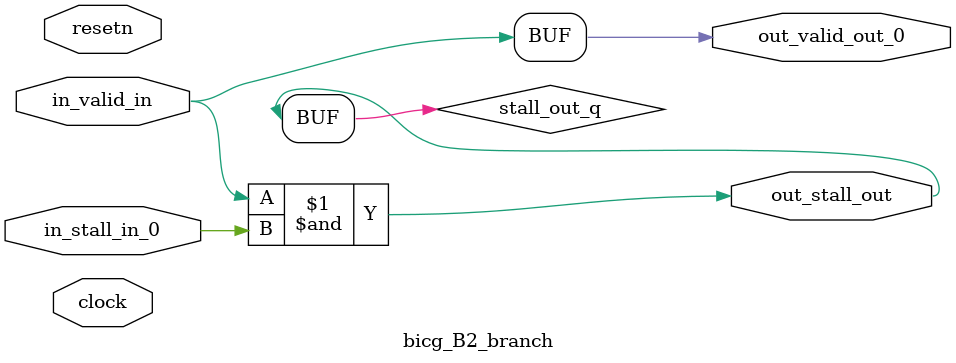
<source format=sv>



(* altera_attribute = "-name AUTO_SHIFT_REGISTER_RECOGNITION OFF; -name MESSAGE_DISABLE 10036; -name MESSAGE_DISABLE 10037; -name MESSAGE_DISABLE 14130; -name MESSAGE_DISABLE 14320; -name MESSAGE_DISABLE 15400; -name MESSAGE_DISABLE 14130; -name MESSAGE_DISABLE 10036; -name MESSAGE_DISABLE 12020; -name MESSAGE_DISABLE 12030; -name MESSAGE_DISABLE 12010; -name MESSAGE_DISABLE 12110; -name MESSAGE_DISABLE 14320; -name MESSAGE_DISABLE 13410; -name MESSAGE_DISABLE 113007; -name MESSAGE_DISABLE 10958" *)
module bicg_B2_branch (
    input wire [0:0] in_stall_in_0,
    input wire [0:0] in_valid_in,
    output wire [0:0] out_stall_out,
    output wire [0:0] out_valid_out_0,
    input wire clock,
    input wire resetn
    );

    wire [0:0] stall_out_q;


    // stall_out(LOGICAL,6)
    assign stall_out_q = in_valid_in & in_stall_in_0;

    // out_stall_out(GPOUT,4)
    assign out_stall_out = stall_out_q;

    // out_valid_out_0(GPOUT,5)
    assign out_valid_out_0 = in_valid_in;

endmodule

</source>
